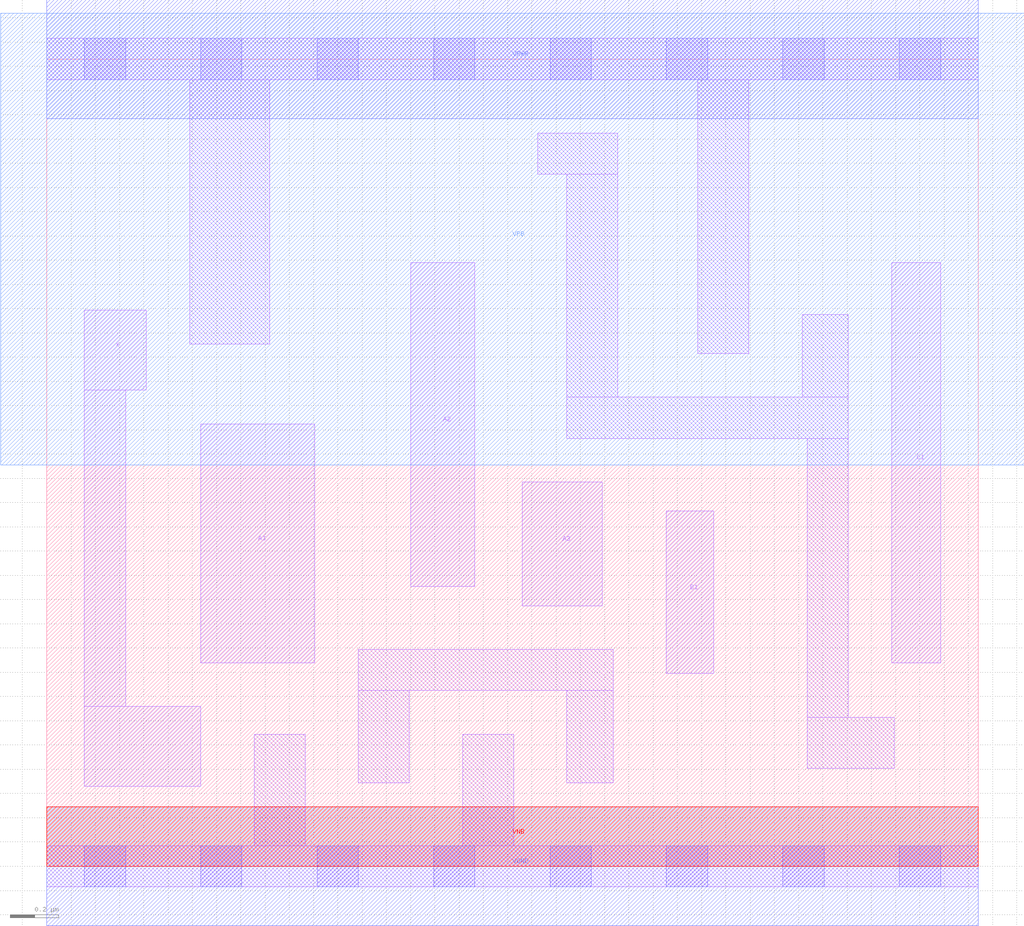
<source format=lef>
# Copyright 2020 The SkyWater PDK Authors
#
# Licensed under the Apache License, Version 2.0 (the "License");
# you may not use this file except in compliance with the License.
# You may obtain a copy of the License at
#
#     https://www.apache.org/licenses/LICENSE-2.0
#
# Unless required by applicable law or agreed to in writing, software
# distributed under the License is distributed on an "AS IS" BASIS,
# WITHOUT WARRANTIES OR CONDITIONS OF ANY KIND, either express or implied.
# See the License for the specific language governing permissions and
# limitations under the License.
#
# SPDX-License-Identifier: Apache-2.0

VERSION 5.7 ;
  NOWIREEXTENSIONATPIN ON ;
  DIVIDERCHAR "/" ;
  BUSBITCHARS "[]" ;
MACRO sky130_fd_sc_lp__o311a_m
  CLASS CORE ;
  FOREIGN sky130_fd_sc_lp__o311a_m ;
  ORIGIN  0.000000  0.000000 ;
  SIZE  3.840000 BY  3.330000 ;
  SYMMETRY X Y R90 ;
  SITE unit ;
  PIN A1
    ANTENNAGATEAREA  0.126000 ;
    DIRECTION INPUT ;
    USE SIGNAL ;
    PORT
      LAYER li1 ;
        RECT 0.635000 0.840000 1.105000 1.825000 ;
    END
  END A1
  PIN A2
    ANTENNAGATEAREA  0.126000 ;
    DIRECTION INPUT ;
    USE SIGNAL ;
    PORT
      LAYER li1 ;
        RECT 1.500000 1.155000 1.765000 2.490000 ;
    END
  END A2
  PIN A3
    ANTENNAGATEAREA  0.126000 ;
    DIRECTION INPUT ;
    USE SIGNAL ;
    PORT
      LAYER li1 ;
        RECT 1.960000 1.075000 2.290000 1.585000 ;
    END
  END A3
  PIN B1
    ANTENNAGATEAREA  0.126000 ;
    DIRECTION INPUT ;
    USE SIGNAL ;
    PORT
      LAYER li1 ;
        RECT 2.555000 0.795000 2.750000 1.465000 ;
    END
  END B1
  PIN C1
    ANTENNAGATEAREA  0.126000 ;
    DIRECTION INPUT ;
    USE SIGNAL ;
    PORT
      LAYER li1 ;
        RECT 3.485000 0.840000 3.685000 2.490000 ;
    END
  END C1
  PIN X
    ANTENNADIFFAREA  0.231000 ;
    DIRECTION OUTPUT ;
    USE SIGNAL ;
    PORT
      LAYER li1 ;
        RECT 0.155000 0.330000 0.635000 0.660000 ;
        RECT 0.155000 0.660000 0.325000 1.965000 ;
        RECT 0.155000 1.965000 0.410000 2.295000 ;
    END
  END X
  PIN VGND
    DIRECTION INOUT ;
    USE GROUND ;
    PORT
      LAYER met1 ;
        RECT 0.000000 -0.245000 3.840000 0.245000 ;
    END
  END VGND
  PIN VNB
    DIRECTION INOUT ;
    USE GROUND ;
    PORT
      LAYER pwell ;
        RECT 0.000000 0.000000 3.840000 0.245000 ;
    END
  END VNB
  PIN VPB
    DIRECTION INOUT ;
    USE POWER ;
    PORT
      LAYER nwell ;
        RECT -0.190000 1.655000 4.030000 3.520000 ;
    END
  END VPB
  PIN VPWR
    DIRECTION INOUT ;
    USE POWER ;
    PORT
      LAYER met1 ;
        RECT 0.000000 3.085000 3.840000 3.575000 ;
    END
  END VPWR
  OBS
    LAYER li1 ;
      RECT 0.000000 -0.085000 3.840000 0.085000 ;
      RECT 0.000000  3.245000 3.840000 3.415000 ;
      RECT 0.590000  2.155000 0.920000 3.245000 ;
      RECT 0.855000  0.085000 1.065000 0.545000 ;
      RECT 1.285000  0.345000 1.495000 0.725000 ;
      RECT 1.285000  0.725000 2.335000 0.895000 ;
      RECT 1.715000  0.085000 1.925000 0.545000 ;
      RECT 2.025000  2.855000 2.355000 3.025000 ;
      RECT 2.145000  0.345000 2.335000 0.725000 ;
      RECT 2.145000  1.765000 3.305000 1.935000 ;
      RECT 2.145000  1.935000 2.355000 2.855000 ;
      RECT 2.685000  2.115000 2.895000 3.245000 ;
      RECT 3.115000  1.935000 3.305000 2.275000 ;
      RECT 3.135000  0.405000 3.495000 0.615000 ;
      RECT 3.135000  0.615000 3.305000 1.765000 ;
    LAYER mcon ;
      RECT 0.155000 -0.085000 0.325000 0.085000 ;
      RECT 0.155000  3.245000 0.325000 3.415000 ;
      RECT 0.635000 -0.085000 0.805000 0.085000 ;
      RECT 0.635000  3.245000 0.805000 3.415000 ;
      RECT 1.115000 -0.085000 1.285000 0.085000 ;
      RECT 1.115000  3.245000 1.285000 3.415000 ;
      RECT 1.595000 -0.085000 1.765000 0.085000 ;
      RECT 1.595000  3.245000 1.765000 3.415000 ;
      RECT 2.075000 -0.085000 2.245000 0.085000 ;
      RECT 2.075000  3.245000 2.245000 3.415000 ;
      RECT 2.555000 -0.085000 2.725000 0.085000 ;
      RECT 2.555000  3.245000 2.725000 3.415000 ;
      RECT 3.035000 -0.085000 3.205000 0.085000 ;
      RECT 3.035000  3.245000 3.205000 3.415000 ;
      RECT 3.515000 -0.085000 3.685000 0.085000 ;
      RECT 3.515000  3.245000 3.685000 3.415000 ;
  END
END sky130_fd_sc_lp__o311a_m
END LIBRARY

</source>
